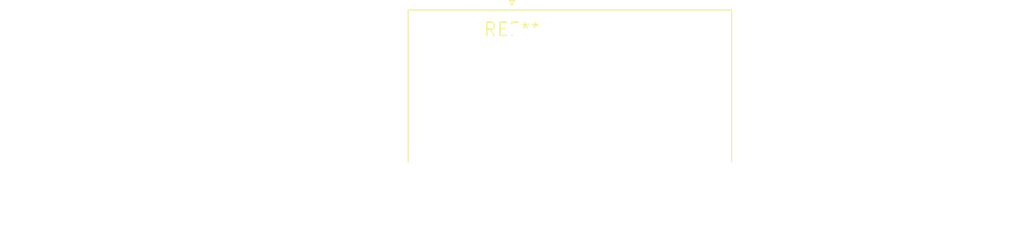
<source format=kicad_pcb>
(kicad_pcb (version 20240108) (generator pcbnew)
  (layers (0 "F.Cu" signal) (31 "B.Cu" signal) (34 "B.Paste" user) (35 "F.Paste" user) (36 "B.SilkS" user "B.Silkscreen") (37 "F.SilkS" user "F.Silkscreen") (38 "B.Mask" user) (39 "F.Mask" user) (44 "Edge.Cuts" user))
  (net 0 "")
  (footprint "DSUB-9_Male_Horizontal_P2.77x2.84mm_EdgePinOffset9.90mm_Housed_MountingHolesOffset11.32mm" (layer "F.Cu") (at 0 0)
    (property "Reference" "REF**")
    (property "Value" "DSUB-9_Male_Horizontal_P2.77x2.84mm_EdgePinOffset9.90mm_Housed_MountingHolesOffset11.32mm")
    (fp_line (start -9.945 -1.86) (end 21.025 -1.86) (layer "F.SilkS") (stroke (width 0.12)))
    (fp_line (start -9.945 12.68) (end -9.945 -1.86) (layer "F.SilkS") (stroke (width 0.12)))
    (fp_line (start -0.25 -2.754338) (end 0.25 -2.754338) (layer "F.SilkS") (stroke (width 0.12)))
    (fp_line (start 0 -2.321325) (end -0.25 -2.754338) (layer "F.SilkS") (stroke (width 0.12)))
    (fp_line (start 0.25 -2.754338) (end 0 -2.321325) (layer "F.SilkS") (stroke (width 0.12)))
    (fp_line (start 21.025 -1.86) (end 21.025 12.68) (layer "F.SilkS") (stroke (width 0.12)))
    (pad "0" thru_hole circle (at -6.96 1.42) (size 4 4) (drill 3.2) (layers *.Cu *.Mask) (remove_unused_layers))
    (pad "0" thru_hole circle (at 18.04 1.42) (size 4 4) (drill 3.2) (layers *.Cu *.Mask) (remove_unused_layers))
    (pad "1" thru_hole rect (at 0 0) (size 1.6 1.6) (drill 1) (layers *.Cu *.Mask) (remove_unused_layers))
    (pad "2" thru_hole circle (at 2.77 0) (size 1.6 1.6) (drill 1) (layers *.Cu *.Mask) (remove_unused_layers))
    (pad "3" thru_hole circle (at 5.54 0) (size 1.6 1.6) (drill 1) (layers *.Cu *.Mask) (remove_unused_layers))
    (pad "4" thru_hole circle (at 8.31 0) (size 1.6 1.6) (drill 1) (layers *.Cu *.Mask) (remove_unused_layers))
    (pad "5" thru_hole circle (at 11.08 0) (size 1.6 1.6) (drill 1) (layers *.Cu *.Mask) (remove_unused_layers))
    (pad "6" thru_hole circle (at 1.385 2.84) (size 1.6 1.6) (drill 1) (layers *.Cu *.Mask) (remove_unused_layers))
    (pad "7" thru_hole circle (at 4.155 2.84) (size 1.6 1.6) (drill 1) (layers *.Cu *.Mask) (remove_unused_layers))
    (pad "8" thru_hole circle (at 6.925 2.84) (size 1.6 1.6) (drill 1) (layers *.Cu *.Mask) (remove_unused_layers))
    (pad "9" thru_hole circle (at 9.695 2.84) (size 1.6 1.6) (drill 1) (layers *.Cu *.Mask) (remove_unused_layers))
  )
)
</source>
